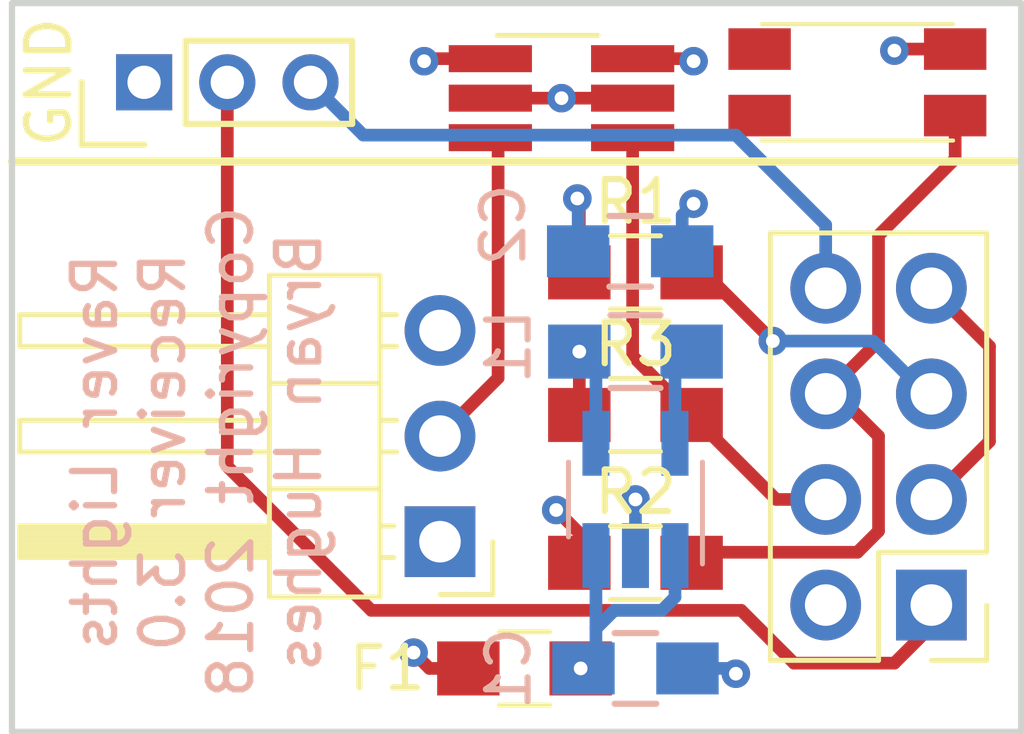
<source format=kicad_pcb>
(kicad_pcb (version 4) (host pcbnew 4.0.7)

  (general
    (links 30)
    (no_connects 0)
    (area 127.559999 130.099999 151.967001 147.776001)
    (thickness 1.6)
    (drawings 7)
    (tracks 83)
    (zones 0)
    (modules 13)
    (nets 12)
  )

  (page A4)
  (layers
    (0 F.Cu signal)
    (1 Ground.Plane power hide)
    (2 Power.Plane power hide)
    (31 B.Cu signal)
    (32 B.Adhes user)
    (33 F.Adhes user)
    (34 B.Paste user)
    (35 F.Paste user)
    (36 B.SilkS user)
    (37 F.SilkS user)
    (38 B.Mask user)
    (39 F.Mask user)
    (40 Dwgs.User user)
    (41 Cmts.User user)
    (42 Eco1.User user)
    (43 Eco2.User user)
    (44 Edge.Cuts user)
    (45 Margin user)
    (46 B.CrtYd user)
    (47 F.CrtYd user)
    (48 B.Fab user)
    (49 F.Fab user hide)
  )

  (setup
    (last_trace_width 0.3048)
    (user_trace_width 0.1524)
    (user_trace_width 0.3048)
    (user_trace_width 0.6096)
    (user_trace_width 1.2192)
    (trace_clearance 0.1524)
    (zone_clearance 0.508)
    (zone_45_only no)
    (trace_min 0.1524)
    (segment_width 0.2)
    (edge_width 0.15)
    (via_size 0.6858)
    (via_drill 0.3302)
    (via_min_size 0.6858)
    (via_min_drill 0.3302)
    (user_via 0.889 0.381)
    (user_via 1.524 0.762)
    (uvia_size 0.762)
    (uvia_drill 0.508)
    (uvias_allowed no)
    (uvia_min_size 0)
    (uvia_min_drill 0)
    (pcb_text_width 0.3)
    (pcb_text_size 1.016 1.016)
    (mod_edge_width 0.15)
    (mod_text_size 1 1)
    (mod_text_width 0.15)
    (pad_size 1.524 1.524)
    (pad_drill 0.762)
    (pad_to_mask_clearance 0.2)
    (aux_axis_origin 0 0)
    (visible_elements FFFFFF7F)
    (pcbplotparams
      (layerselection 0x000f0_80000001)
      (usegerberextensions false)
      (excludeedgelayer true)
      (linewidth 0.100000)
      (plotframeref false)
      (viasonmask false)
      (mode 1)
      (useauxorigin false)
      (hpglpennumber 1)
      (hpglpenspeed 20)
      (hpglpendiameter 15)
      (hpglpenoverlay 2)
      (psnegative false)
      (psa4output false)
      (plotreference true)
      (plotvalue true)
      (plotinvisibletext false)
      (padsonsilk false)
      (subtractmaskfromsilk false)
      (outputformat 1)
      (mirror false)
      (drillshape 0)
      (scaleselection 1)
      (outputdirectory ""))
  )

  (net 0 "")
  (net 1 "Net-(L1-Pad1)")
  (net 2 +5V)
  (net 3 GND)
  (net 4 VCC)
  (net 5 "Net-(P4-Pad2)")
  (net 6 "Net-(P4-Pad3)")
  (net 7 "Net-(R1-Pad2)")
  (net 8 "Net-(R2-Pad2)")
  (net 9 "Net-(R3-Pad2)")
  (net 10 "Net-(U3-Pad2)")
  (net 11 "Net-(C1-Pad1)")

  (net_class Default "This is the default net class."
    (clearance 0.1524)
    (trace_width 0.1524)
    (via_dia 0.6858)
    (via_drill 0.3302)
    (uvia_dia 0.762)
    (uvia_drill 0.508)
    (add_net +5V)
    (add_net GND)
    (add_net "Net-(C1-Pad1)")
    (add_net "Net-(L1-Pad1)")
    (add_net "Net-(P4-Pad2)")
    (add_net "Net-(P4-Pad3)")
    (add_net "Net-(R1-Pad2)")
    (add_net "Net-(R2-Pad2)")
    (add_net "Net-(R3-Pad2)")
    (add_net "Net-(U3-Pad2)")
    (add_net VCC)
  )

  (module Capacitors_SMD:C_0805_HandSoldering (layer B.Cu) (tedit 5AF7DF4F) (tstamp 584F7551)
    (at 142.621 146.177)
    (descr "Capacitor SMD 0805, hand soldering")
    (tags "capacitor 0805")
    (path /57A0E3BE)
    (attr smd)
    (fp_text reference C1 (at -3.048 0 90) (layer B.SilkS)
      (effects (font (size 1 1) (thickness 0.15)) (justify mirror))
    )
    (fp_text value 4.7uF (at -8.255 -0.635) (layer B.Fab) hide
      (effects (font (size 1 1) (thickness 0.15)) (justify mirror))
    )
    (fp_line (start -1 -0.625) (end -1 0.625) (layer B.Fab) (width 0.15))
    (fp_line (start 1 -0.625) (end -1 -0.625) (layer B.Fab) (width 0.15))
    (fp_line (start 1 0.625) (end 1 -0.625) (layer B.Fab) (width 0.15))
    (fp_line (start -1 0.625) (end 1 0.625) (layer B.Fab) (width 0.15))
    (fp_line (start -2.3 1) (end 2.3 1) (layer B.CrtYd) (width 0.05))
    (fp_line (start -2.3 -1) (end 2.3 -1) (layer B.CrtYd) (width 0.05))
    (fp_line (start -2.3 1) (end -2.3 -1) (layer B.CrtYd) (width 0.05))
    (fp_line (start 2.3 1) (end 2.3 -1) (layer B.CrtYd) (width 0.05))
    (fp_line (start 0.5 0.85) (end -0.5 0.85) (layer B.SilkS) (width 0.15))
    (fp_line (start -0.5 -0.85) (end 0.5 -0.85) (layer B.SilkS) (width 0.15))
    (pad 1 smd rect (at -1.25 0) (size 1.5 1.25) (layers B.Cu B.Paste B.Mask)
      (net 11 "Net-(C1-Pad1)"))
    (pad 2 smd rect (at 1.25 0) (size 1.5 1.25) (layers B.Cu B.Paste B.Mask)
      (net 3 GND))
    (model Capacitors_SMD.3dshapes/C_0805_HandSoldering.wrl
      (at (xyz 0 0 0))
      (scale (xyz 1 1 1))
      (rotate (xyz 0 0 0))
    )
  )

  (module Capacitors_SMD:C_0805_HandSoldering (layer B.Cu) (tedit 5AF7DF59) (tstamp 584F7561)
    (at 142.494 136.144)
    (descr "Capacitor SMD 0805, hand soldering")
    (tags "capacitor 0805")
    (path /57A0E396)
    (attr smd)
    (fp_text reference C2 (at -3.048 -0.635 90) (layer B.SilkS)
      (effects (font (size 1 1) (thickness 0.15)) (justify mirror))
    )
    (fp_text value 10uF (at -1.27 -4.445) (layer B.Fab) hide
      (effects (font (size 1 1) (thickness 0.15)) (justify mirror))
    )
    (fp_line (start -1 -0.625) (end -1 0.625) (layer B.Fab) (width 0.15))
    (fp_line (start 1 -0.625) (end -1 -0.625) (layer B.Fab) (width 0.15))
    (fp_line (start 1 0.625) (end 1 -0.625) (layer B.Fab) (width 0.15))
    (fp_line (start -1 0.625) (end 1 0.625) (layer B.Fab) (width 0.15))
    (fp_line (start -2.3 1) (end 2.3 1) (layer B.CrtYd) (width 0.05))
    (fp_line (start -2.3 -1) (end 2.3 -1) (layer B.CrtYd) (width 0.05))
    (fp_line (start -2.3 1) (end -2.3 -1) (layer B.CrtYd) (width 0.05))
    (fp_line (start 2.3 1) (end 2.3 -1) (layer B.CrtYd) (width 0.05))
    (fp_line (start 0.5 0.85) (end -0.5 0.85) (layer B.SilkS) (width 0.15))
    (fp_line (start -0.5 -0.85) (end 0.5 -0.85) (layer B.SilkS) (width 0.15))
    (pad 1 smd rect (at -1.25 0) (size 1.5 1.25) (layers B.Cu B.Paste B.Mask)
      (net 4 VCC))
    (pad 2 smd rect (at 1.25 0) (size 1.5 1.25) (layers B.Cu B.Paste B.Mask)
      (net 3 GND))
    (model Capacitors_SMD.3dshapes/C_0805_HandSoldering.wrl
      (at (xyz 0 0 0))
      (scale (xyz 1 1 1))
      (rotate (xyz 0 0 0))
    )
  )

  (module Resistors_SMD:R_0805_HandSoldering (layer B.Cu) (tedit 5AF7DF5C) (tstamp 584F7571)
    (at 142.621 138.557 180)
    (descr "Resistor SMD 0805, hand soldering")
    (tags "resistor 0805")
    (path /57A0E1B1)
    (attr smd)
    (fp_text reference L1 (at 3.048 0.127 270) (layer B.SilkS)
      (effects (font (size 1 1) (thickness 0.15)) (justify mirror))
    )
    (fp_text value 2.2uH (at 7.62 0.635 180) (layer B.Fab) hide
      (effects (font (size 1 1) (thickness 0.15)) (justify mirror))
    )
    (fp_line (start -1 -0.625) (end -1 0.625) (layer B.Fab) (width 0.1))
    (fp_line (start 1 -0.625) (end -1 -0.625) (layer B.Fab) (width 0.1))
    (fp_line (start 1 0.625) (end 1 -0.625) (layer B.Fab) (width 0.1))
    (fp_line (start -1 0.625) (end 1 0.625) (layer B.Fab) (width 0.1))
    (fp_line (start -2.4 1) (end 2.4 1) (layer B.CrtYd) (width 0.05))
    (fp_line (start -2.4 -1) (end 2.4 -1) (layer B.CrtYd) (width 0.05))
    (fp_line (start -2.4 1) (end -2.4 -1) (layer B.CrtYd) (width 0.05))
    (fp_line (start 2.4 1) (end 2.4 -1) (layer B.CrtYd) (width 0.05))
    (fp_line (start 0.6 -0.875) (end -0.6 -0.875) (layer B.SilkS) (width 0.15))
    (fp_line (start -0.6 0.875) (end 0.6 0.875) (layer B.SilkS) (width 0.15))
    (pad 1 smd rect (at -1.35 0 180) (size 1.5 1.3) (layers B.Cu B.Paste B.Mask)
      (net 1 "Net-(L1-Pad1)"))
    (pad 2 smd rect (at 1.35 0 180) (size 1.5 1.3) (layers B.Cu B.Paste B.Mask)
      (net 4 VCC))
    (model Resistors_SMD.3dshapes/R_0805_HandSoldering.wrl
      (at (xyz 0 0 0))
      (scale (xyz 1 1 1))
      (rotate (xyz 0 0 0))
    )
  )

  (module Pin_Headers:Pin_Header_Straight_1x03_Pitch2.00mm (layer F.Cu) (tedit 58535BB3) (tstamp 58505AD4)
    (at 130.81 132.08 90)
    (descr "Through hole pin header, 1x03, 2.00mm pitch, single row")
    (tags "pin header single row")
    (path /584F7038)
    (fp_text reference P4 (at 14.351 -5.08 90) (layer F.SilkS) hide
      (effects (font (size 1 1) (thickness 0.15)))
    )
    (fp_text value SERIAL (at -10.16 -4.445 90) (layer F.Fab) hide
      (effects (font (size 1 1) (thickness 0.15)))
    )
    (fp_line (start -1 1) (end 1 1) (layer F.SilkS) (width 0.15))
    (fp_line (start 1 1) (end 1 5) (layer F.SilkS) (width 0.15))
    (fp_line (start 1 5) (end -1 5) (layer F.SilkS) (width 0.15))
    (fp_line (start -1 5) (end -1 1) (layer F.SilkS) (width 0.15))
    (fp_line (start -1.6 -1.6) (end 1.6 -1.6) (layer F.CrtYd) (width 0.05))
    (fp_line (start 1.6 -1.6) (end 1.6 5.6) (layer F.CrtYd) (width 0.05))
    (fp_line (start 1.6 5.6) (end -1.6 5.6) (layer F.CrtYd) (width 0.05))
    (fp_line (start -1.6 5.6) (end -1.6 -1.6) (layer F.CrtYd) (width 0.05))
    (fp_line (start -1.5 0) (end -1.5 -1.5) (layer F.SilkS) (width 0.15))
    (fp_line (start -1.5 -1.5) (end 0 -1.5) (layer F.SilkS) (width 0.15))
    (pad 1 thru_hole rect (at 0 0 90) (size 1.35 1.35) (drill 0.8) (layers *.Cu *.Mask)
      (net 3 GND))
    (pad 2 thru_hole circle (at 0 2 90) (size 1.35 1.35) (drill 0.8) (layers *.Cu *.Mask)
      (net 5 "Net-(P4-Pad2)"))
    (pad 3 thru_hole circle (at 0 4 90) (size 1.35 1.35) (drill 0.8) (layers *.Cu *.Mask)
      (net 6 "Net-(P4-Pad3)"))
    (model Pin_Headers.3dshapes/Pin_Header_Straight_1x03_Pitch2.00mm.wrl
      (at (xyz 0 0 0))
      (scale (xyz 1 1 1))
      (rotate (xyz 0 0 0))
    )
  )

  (module Resistors_SMD:R_0805_HandSoldering (layer F.Cu) (tedit 5AF7DE59) (tstamp 5AF73F3F)
    (at 142.621 136.652)
    (descr "Resistor SMD 0805, hand soldering")
    (tags "resistor 0805")
    (path /5AF750F4)
    (attr smd)
    (fp_text reference R1 (at 0 -1.7) (layer F.SilkS)
      (effects (font (size 1 1) (thickness 0.15)))
    )
    (fp_text value 10k (at 0 1.75) (layer F.Fab) hide
      (effects (font (size 1 1) (thickness 0.15)))
    )
    (fp_text user %R (at 0 0) (layer F.Fab)
      (effects (font (size 0.5 0.5) (thickness 0.075)))
    )
    (fp_line (start -1 0.62) (end -1 -0.62) (layer F.Fab) (width 0.1))
    (fp_line (start 1 0.62) (end -1 0.62) (layer F.Fab) (width 0.1))
    (fp_line (start 1 -0.62) (end 1 0.62) (layer F.Fab) (width 0.1))
    (fp_line (start -1 -0.62) (end 1 -0.62) (layer F.Fab) (width 0.1))
    (fp_line (start 0.6 0.88) (end -0.6 0.88) (layer F.SilkS) (width 0.12))
    (fp_line (start -0.6 -0.88) (end 0.6 -0.88) (layer F.SilkS) (width 0.12))
    (fp_line (start -2.35 -0.9) (end 2.35 -0.9) (layer F.CrtYd) (width 0.05))
    (fp_line (start -2.35 -0.9) (end -2.35 0.9) (layer F.CrtYd) (width 0.05))
    (fp_line (start 2.35 0.9) (end 2.35 -0.9) (layer F.CrtYd) (width 0.05))
    (fp_line (start 2.35 0.9) (end -2.35 0.9) (layer F.CrtYd) (width 0.05))
    (pad 1 smd rect (at -1.35 0) (size 1.5 1.3) (layers F.Cu F.Paste F.Mask)
      (net 4 VCC))
    (pad 2 smd rect (at 1.35 0) (size 1.5 1.3) (layers F.Cu F.Paste F.Mask)
      (net 7 "Net-(R1-Pad2)"))
    (model ${KISYS3DMOD}/Resistors_SMD.3dshapes/R_0805.wrl
      (at (xyz 0 0 0))
      (scale (xyz 1 1 1))
      (rotate (xyz 0 0 0))
    )
  )

  (module Resistors_SMD:R_0805_HandSoldering (layer F.Cu) (tedit 5AF7DE65) (tstamp 5AF73F50)
    (at 142.621 143.637)
    (descr "Resistor SMD 0805, hand soldering")
    (tags "resistor 0805")
    (path /5AF74B18)
    (attr smd)
    (fp_text reference R2 (at 0 -1.7) (layer F.SilkS)
      (effects (font (size 1 1) (thickness 0.15)))
    )
    (fp_text value 1k (at 0 1.75) (layer F.Fab) hide
      (effects (font (size 1 1) (thickness 0.15)))
    )
    (fp_text user %R (at 0 0) (layer F.Fab)
      (effects (font (size 0.5 0.5) (thickness 0.075)))
    )
    (fp_line (start -1 0.62) (end -1 -0.62) (layer F.Fab) (width 0.1))
    (fp_line (start 1 0.62) (end -1 0.62) (layer F.Fab) (width 0.1))
    (fp_line (start 1 -0.62) (end 1 0.62) (layer F.Fab) (width 0.1))
    (fp_line (start -1 -0.62) (end 1 -0.62) (layer F.Fab) (width 0.1))
    (fp_line (start 0.6 0.88) (end -0.6 0.88) (layer F.SilkS) (width 0.12))
    (fp_line (start -0.6 -0.88) (end 0.6 -0.88) (layer F.SilkS) (width 0.12))
    (fp_line (start -2.35 -0.9) (end 2.35 -0.9) (layer F.CrtYd) (width 0.05))
    (fp_line (start -2.35 -0.9) (end -2.35 0.9) (layer F.CrtYd) (width 0.05))
    (fp_line (start 2.35 0.9) (end 2.35 -0.9) (layer F.CrtYd) (width 0.05))
    (fp_line (start 2.35 0.9) (end -2.35 0.9) (layer F.CrtYd) (width 0.05))
    (pad 1 smd rect (at -1.35 0) (size 1.5 1.3) (layers F.Cu F.Paste F.Mask)
      (net 4 VCC))
    (pad 2 smd rect (at 1.35 0) (size 1.5 1.3) (layers F.Cu F.Paste F.Mask)
      (net 8 "Net-(R2-Pad2)"))
    (model ${KISYS3DMOD}/Resistors_SMD.3dshapes/R_0805.wrl
      (at (xyz 0 0 0))
      (scale (xyz 1 1 1))
      (rotate (xyz 0 0 0))
    )
  )

  (module Resistors_SMD:R_0805_HandSoldering (layer F.Cu) (tedit 5AF7DE60) (tstamp 5AF73F61)
    (at 142.621 140.081)
    (descr "Resistor SMD 0805, hand soldering")
    (tags "resistor 0805")
    (path /5AF74F31)
    (attr smd)
    (fp_text reference R3 (at 0 -1.7) (layer F.SilkS)
      (effects (font (size 1 1) (thickness 0.15)))
    )
    (fp_text value 10k (at 0 1.75) (layer F.Fab) hide
      (effects (font (size 1 1) (thickness 0.15)))
    )
    (fp_text user %R (at 0 0) (layer F.Fab)
      (effects (font (size 0.5 0.5) (thickness 0.075)))
    )
    (fp_line (start -1 0.62) (end -1 -0.62) (layer F.Fab) (width 0.1))
    (fp_line (start 1 0.62) (end -1 0.62) (layer F.Fab) (width 0.1))
    (fp_line (start 1 -0.62) (end 1 0.62) (layer F.Fab) (width 0.1))
    (fp_line (start -1 -0.62) (end 1 -0.62) (layer F.Fab) (width 0.1))
    (fp_line (start 0.6 0.88) (end -0.6 0.88) (layer F.SilkS) (width 0.12))
    (fp_line (start -0.6 -0.88) (end 0.6 -0.88) (layer F.SilkS) (width 0.12))
    (fp_line (start -2.35 -0.9) (end 2.35 -0.9) (layer F.CrtYd) (width 0.05))
    (fp_line (start -2.35 -0.9) (end -2.35 0.9) (layer F.CrtYd) (width 0.05))
    (fp_line (start 2.35 0.9) (end 2.35 -0.9) (layer F.CrtYd) (width 0.05))
    (fp_line (start 2.35 0.9) (end -2.35 0.9) (layer F.CrtYd) (width 0.05))
    (pad 1 smd rect (at -1.35 0) (size 1.5 1.3) (layers F.Cu F.Paste F.Mask)
      (net 4 VCC))
    (pad 2 smd rect (at 1.35 0) (size 1.5 1.3) (layers F.Cu F.Paste F.Mask)
      (net 9 "Net-(R3-Pad2)"))
    (model ${KISYS3DMOD}/Resistors_SMD.3dshapes/R_0805.wrl
      (at (xyz 0 0 0))
      (scale (xyz 1 1 1))
      (rotate (xyz 0 0 0))
    )
  )

  (module Pin_Headers:Pin_Header_Straight_2x04_Pitch2.54mm (layer F.Cu) (tedit 5AF9EAA4) (tstamp 5AF73F7F)
    (at 149.733 144.653 180)
    (descr "Through hole straight pin header, 2x04, 2.54mm pitch, double rows")
    (tags "Through hole pin header THT 2x04 2.54mm double row")
    (path /5AB148BB)
    (fp_text reference U2 (at 1.27 -2.33 180) (layer F.SilkS) hide
      (effects (font (size 1 1) (thickness 0.15)))
    )
    (fp_text value ESP-01 (at 1.27 9.95 180) (layer F.Fab) hide
      (effects (font (size 1 1) (thickness 0.15)))
    )
    (fp_line (start 0 -1.27) (end 3.81 -1.27) (layer F.Fab) (width 0.1))
    (fp_line (start 3.81 -1.27) (end 3.81 8.89) (layer F.Fab) (width 0.1))
    (fp_line (start 3.81 8.89) (end -1.27 8.89) (layer F.Fab) (width 0.1))
    (fp_line (start -1.27 8.89) (end -1.27 0) (layer F.Fab) (width 0.1))
    (fp_line (start -1.27 0) (end 0 -1.27) (layer F.Fab) (width 0.1))
    (fp_line (start -1.33 8.95) (end 3.87 8.95) (layer F.SilkS) (width 0.12))
    (fp_line (start -1.33 1.27) (end -1.33 8.95) (layer F.SilkS) (width 0.12))
    (fp_line (start 3.87 -1.33) (end 3.87 8.95) (layer F.SilkS) (width 0.12))
    (fp_line (start -1.33 1.27) (end 1.27 1.27) (layer F.SilkS) (width 0.12))
    (fp_line (start 1.27 1.27) (end 1.27 -1.33) (layer F.SilkS) (width 0.12))
    (fp_line (start 1.27 -1.33) (end 3.87 -1.33) (layer F.SilkS) (width 0.12))
    (fp_line (start -1.33 0) (end -1.33 -1.33) (layer F.SilkS) (width 0.12))
    (fp_line (start -1.33 -1.33) (end 0 -1.33) (layer F.SilkS) (width 0.12))
    (fp_line (start -1.8 -1.8) (end -1.8 9.4) (layer F.CrtYd) (width 0.05))
    (fp_line (start -1.8 9.4) (end 4.35 9.4) (layer F.CrtYd) (width 0.05))
    (fp_line (start 4.35 9.4) (end 4.35 -1.8) (layer F.CrtYd) (width 0.05))
    (fp_line (start 4.35 -1.8) (end -1.8 -1.8) (layer F.CrtYd) (width 0.05))
    (fp_text user %R (at 1.27 3.81 270) (layer F.Fab) hide
      (effects (font (size 1 1) (thickness 0.15)))
    )
    (pad 1 thru_hole rect (at 0 0 180) (size 1.7 1.7) (drill 1) (layers *.Cu *.Mask)
      (net 5 "Net-(P4-Pad2)"))
    (pad 2 thru_hole oval (at 2.54 0 180) (size 1.7 1.7) (drill 1) (layers *.Cu *.Mask)
      (net 3 GND))
    (pad 3 thru_hole oval (at 0 2.54 180) (size 1.7 1.7) (drill 1) (layers *.Cu *.Mask)
      (net 4 VCC))
    (pad 4 thru_hole oval (at 2.54 2.54 180) (size 1.7 1.7) (drill 1) (layers *.Cu *.Mask)
      (net 9 "Net-(R3-Pad2)"))
    (pad 5 thru_hole oval (at 0 5.08 180) (size 1.7 1.7) (drill 1) (layers *.Cu *.Mask)
      (net 7 "Net-(R1-Pad2)"))
    (pad 6 thru_hole oval (at 2.54 5.08 180) (size 1.7 1.7) (drill 1) (layers *.Cu *.Mask)
      (net 8 "Net-(R2-Pad2)"))
    (pad 7 thru_hole oval (at 0 7.62 180) (size 1.7 1.7) (drill 1) (layers *.Cu *.Mask)
      (net 4 VCC))
    (pad 8 thru_hole oval (at 2.54 7.62 180) (size 1.7 1.7) (drill 1) (layers *.Cu *.Mask)
      (net 6 "Net-(P4-Pad3)"))
    (model ${KISYS3DMOD}/Pin_Headers.3dshapes/Pin_Header_Straight_2x04_Pitch2.54mm.wrl
      (at (xyz 0 0 0))
      (scale (xyz 1 1 1))
      (rotate (xyz 0 0 0))
    )
  )

  (module Pin_Headers:Pin_Header_Angled_1x03_Pitch2.54mm (layer F.Cu) (tedit 5AF9EAAB) (tstamp 5AF73FBF)
    (at 137.922 143.129 180)
    (descr "Through hole angled pin header, 1x03, 2.54mm pitch, 6mm pin length, single row")
    (tags "Through hole angled pin header THT 1x03 2.54mm single row")
    (path /5AF73B94)
    (fp_text reference U3 (at 4.385 -2.27 180) (layer F.SilkS) hide
      (effects (font (size 1 1) (thickness 0.15)))
    )
    (fp_text value NeoPixel (at 4.385 7.35 180) (layer F.Fab) hide
      (effects (font (size 1 1) (thickness 0.15)))
    )
    (fp_line (start 2.135 -1.27) (end 4.04 -1.27) (layer F.Fab) (width 0.1))
    (fp_line (start 4.04 -1.27) (end 4.04 6.35) (layer F.Fab) (width 0.1))
    (fp_line (start 4.04 6.35) (end 1.5 6.35) (layer F.Fab) (width 0.1))
    (fp_line (start 1.5 6.35) (end 1.5 -0.635) (layer F.Fab) (width 0.1))
    (fp_line (start 1.5 -0.635) (end 2.135 -1.27) (layer F.Fab) (width 0.1))
    (fp_line (start -0.32 -0.32) (end 1.5 -0.32) (layer F.Fab) (width 0.1))
    (fp_line (start -0.32 -0.32) (end -0.32 0.32) (layer F.Fab) (width 0.1))
    (fp_line (start -0.32 0.32) (end 1.5 0.32) (layer F.Fab) (width 0.1))
    (fp_line (start 4.04 -0.32) (end 10.04 -0.32) (layer F.Fab) (width 0.1))
    (fp_line (start 10.04 -0.32) (end 10.04 0.32) (layer F.Fab) (width 0.1))
    (fp_line (start 4.04 0.32) (end 10.04 0.32) (layer F.Fab) (width 0.1))
    (fp_line (start -0.32 2.22) (end 1.5 2.22) (layer F.Fab) (width 0.1))
    (fp_line (start -0.32 2.22) (end -0.32 2.86) (layer F.Fab) (width 0.1))
    (fp_line (start -0.32 2.86) (end 1.5 2.86) (layer F.Fab) (width 0.1))
    (fp_line (start 4.04 2.22) (end 10.04 2.22) (layer F.Fab) (width 0.1))
    (fp_line (start 10.04 2.22) (end 10.04 2.86) (layer F.Fab) (width 0.1))
    (fp_line (start 4.04 2.86) (end 10.04 2.86) (layer F.Fab) (width 0.1))
    (fp_line (start -0.32 4.76) (end 1.5 4.76) (layer F.Fab) (width 0.1))
    (fp_line (start -0.32 4.76) (end -0.32 5.4) (layer F.Fab) (width 0.1))
    (fp_line (start -0.32 5.4) (end 1.5 5.4) (layer F.Fab) (width 0.1))
    (fp_line (start 4.04 4.76) (end 10.04 4.76) (layer F.Fab) (width 0.1))
    (fp_line (start 10.04 4.76) (end 10.04 5.4) (layer F.Fab) (width 0.1))
    (fp_line (start 4.04 5.4) (end 10.04 5.4) (layer F.Fab) (width 0.1))
    (fp_line (start 1.44 -1.33) (end 1.44 6.41) (layer F.SilkS) (width 0.12))
    (fp_line (start 1.44 6.41) (end 4.1 6.41) (layer F.SilkS) (width 0.12))
    (fp_line (start 4.1 6.41) (end 4.1 -1.33) (layer F.SilkS) (width 0.12))
    (fp_line (start 4.1 -1.33) (end 1.44 -1.33) (layer F.SilkS) (width 0.12))
    (fp_line (start 4.1 -0.38) (end 10.1 -0.38) (layer F.SilkS) (width 0.12))
    (fp_line (start 10.1 -0.38) (end 10.1 0.38) (layer F.SilkS) (width 0.12))
    (fp_line (start 10.1 0.38) (end 4.1 0.38) (layer F.SilkS) (width 0.12))
    (fp_line (start 4.1 -0.32) (end 10.1 -0.32) (layer F.SilkS) (width 0.12))
    (fp_line (start 4.1 -0.2) (end 10.1 -0.2) (layer F.SilkS) (width 0.12))
    (fp_line (start 4.1 -0.08) (end 10.1 -0.08) (layer F.SilkS) (width 0.12))
    (fp_line (start 4.1 0.04) (end 10.1 0.04) (layer F.SilkS) (width 0.12))
    (fp_line (start 4.1 0.16) (end 10.1 0.16) (layer F.SilkS) (width 0.12))
    (fp_line (start 4.1 0.28) (end 10.1 0.28) (layer F.SilkS) (width 0.12))
    (fp_line (start 1.11 -0.38) (end 1.44 -0.38) (layer F.SilkS) (width 0.12))
    (fp_line (start 1.11 0.38) (end 1.44 0.38) (layer F.SilkS) (width 0.12))
    (fp_line (start 1.44 1.27) (end 4.1 1.27) (layer F.SilkS) (width 0.12))
    (fp_line (start 4.1 2.16) (end 10.1 2.16) (layer F.SilkS) (width 0.12))
    (fp_line (start 10.1 2.16) (end 10.1 2.92) (layer F.SilkS) (width 0.12))
    (fp_line (start 10.1 2.92) (end 4.1 2.92) (layer F.SilkS) (width 0.12))
    (fp_line (start 1.042929 2.16) (end 1.44 2.16) (layer F.SilkS) (width 0.12))
    (fp_line (start 1.042929 2.92) (end 1.44 2.92) (layer F.SilkS) (width 0.12))
    (fp_line (start 1.44 3.81) (end 4.1 3.81) (layer F.SilkS) (width 0.12))
    (fp_line (start 4.1 4.7) (end 10.1 4.7) (layer F.SilkS) (width 0.12))
    (fp_line (start 10.1 4.7) (end 10.1 5.46) (layer F.SilkS) (width 0.12))
    (fp_line (start 10.1 5.46) (end 4.1 5.46) (layer F.SilkS) (width 0.12))
    (fp_line (start 1.042929 4.7) (end 1.44 4.7) (layer F.SilkS) (width 0.12))
    (fp_line (start 1.042929 5.46) (end 1.44 5.46) (layer F.SilkS) (width 0.12))
    (fp_line (start -1.27 0) (end -1.27 -1.27) (layer F.SilkS) (width 0.12))
    (fp_line (start -1.27 -1.27) (end 0 -1.27) (layer F.SilkS) (width 0.12))
    (fp_line (start -1.8 -1.8) (end -1.8 6.85) (layer F.CrtYd) (width 0.05))
    (fp_line (start -1.8 6.85) (end 10.55 6.85) (layer F.CrtYd) (width 0.05))
    (fp_line (start 10.55 6.85) (end 10.55 -1.8) (layer F.CrtYd) (width 0.05))
    (fp_line (start 10.55 -1.8) (end -1.8 -1.8) (layer F.CrtYd) (width 0.05))
    (fp_text user %R (at 2.77 2.54 270) (layer F.Fab) hide
      (effects (font (size 1 1) (thickness 0.15)))
    )
    (pad 1 thru_hole rect (at 0 0 180) (size 1.7 1.7) (drill 1) (layers *.Cu *.Mask)
      (net 3 GND))
    (pad 2 thru_hole oval (at 0 2.54 180) (size 1.7 1.7) (drill 1) (layers *.Cu *.Mask)
      (net 10 "Net-(U3-Pad2)"))
    (pad 3 thru_hole oval (at 0 5.08 180) (size 1.7 1.7) (drill 1) (layers *.Cu *.Mask)
      (net 2 +5V))
    (model ${KISYS3DMOD}/Pin_Headers.3dshapes/Pin_Header_Angled_1x03_Pitch2.54mm.wrl
      (at (xyz 0 0 0))
      (scale (xyz 1 1 1))
      (rotate (xyz 0 0 0))
    )
  )

  (module TO_SOT_Packages_SMD:TSOT-23-6_HandSoldering (layer F.Cu) (tedit 5AF7DE7C) (tstamp 5AF73FD5)
    (at 140.843 132.461)
    (descr "6-pin TSOT23 package, http://cds.linear.com/docs/en/packaging/SOT_6_05-08-1636.pdf")
    (tags "TSOT-23-6 MK06A TSOT-6 Hand-soldering")
    (path /5AF73B4F)
    (attr smd)
    (fp_text reference U4 (at 0 -2.45) (layer F.SilkS) hide
      (effects (font (size 1 1) (thickness 0.15)))
    )
    (fp_text value SN74LVC1T45 (at 0 2.5) (layer F.Fab) hide
      (effects (font (size 1 1) (thickness 0.15)))
    )
    (fp_text user %R (at 0 0 90) (layer F.Fab)
      (effects (font (size 0.5 0.5) (thickness 0.075)))
    )
    (fp_line (start -0.88 1.56) (end 0.88 1.56) (layer F.SilkS) (width 0.12))
    (fp_line (start 0.88 -1.51) (end -1.55 -1.51) (layer F.SilkS) (width 0.12))
    (fp_line (start -0.88 -1) (end -0.43 -1.45) (layer F.Fab) (width 0.1))
    (fp_line (start 0.88 -1.45) (end -0.43 -1.45) (layer F.Fab) (width 0.1))
    (fp_line (start -0.88 -1) (end -0.88 1.45) (layer F.Fab) (width 0.1))
    (fp_line (start 0.88 1.45) (end -0.88 1.45) (layer F.Fab) (width 0.1))
    (fp_line (start 0.88 -1.45) (end 0.88 1.45) (layer F.Fab) (width 0.1))
    (fp_line (start -2.96 -1.7) (end 2.96 -1.7) (layer F.CrtYd) (width 0.05))
    (fp_line (start -2.96 -1.7) (end -2.96 1.7) (layer F.CrtYd) (width 0.05))
    (fp_line (start 2.96 1.7) (end 2.96 -1.7) (layer F.CrtYd) (width 0.05))
    (fp_line (start 2.96 1.7) (end -2.96 1.7) (layer F.CrtYd) (width 0.05))
    (pad 1 smd rect (at -1.71 -0.95) (size 2 0.65) (layers F.Cu F.Paste F.Mask)
      (net 2 +5V))
    (pad 2 smd rect (at -1.71 0) (size 2 0.65) (layers F.Cu F.Paste F.Mask)
      (net 3 GND))
    (pad 3 smd rect (at -1.71 0.95) (size 2 0.65) (layers F.Cu F.Paste F.Mask)
      (net 10 "Net-(U3-Pad2)"))
    (pad 4 smd rect (at 1.71 0.95) (size 2 0.65) (layers F.Cu F.Paste F.Mask)
      (net 9 "Net-(R3-Pad2)"))
    (pad 5 smd rect (at 1.71 0) (size 2 0.65) (layers F.Cu F.Paste F.Mask)
      (net 3 GND))
    (pad 6 smd rect (at 1.71 -0.95) (size 2 0.65) (layers F.Cu F.Paste F.Mask)
      (net 4 VCC))
    (model ${KISYS3DMOD}/TO_SOT_Packages_SMD.3dshapes/TSOT-23-6.wrl
      (at (xyz 0 0 0))
      (scale (xyz 1 1 1))
      (rotate (xyz 0 0 0))
    )
  )

  (module nebrius-switch:KMR641NG (layer F.Cu) (tedit 5AF7DECC) (tstamp 5AF7409C)
    (at 147.955 132.08 180)
    (path /5AF74A6E)
    (fp_text reference SW1 (at 0 4 180) (layer F.SilkS) hide
      (effects (font (size 1 1) (thickness 0.15)))
    )
    (fp_text value SW_DPST (at 0 -4.75 180) (layer F.Fab) hide
      (effects (font (size 1 1) (thickness 0.15)))
    )
    (fp_line (start -2.3 1.4) (end 2.3 1.4) (layer F.SilkS) (width 0.1))
    (fp_line (start -2.3 -1.4) (end 2.3 -1.4) (layer F.SilkS) (width 0.1))
    (pad 1 smd rect (at -2.35 -0.8 180) (size 1.5 1) (layers F.Cu F.Paste F.Mask)
      (net 8 "Net-(R2-Pad2)"))
    (pad 2 smd rect (at -2.35 0.8 180) (size 1.5 1) (layers F.Cu F.Paste F.Mask)
      (net 3 GND))
    (pad 3 smd rect (at 2.35 -0.8 180) (size 1.5 1) (layers F.Cu F.Paste F.Mask))
    (pad 4 smd rect (at 2.35 0.8 180) (size 1.5 1) (layers F.Cu F.Paste F.Mask))
  )

  (module TO_SOT_Packages_SMD:SOT-23-5_HandSoldering (layer B.Cu) (tedit 5AF7EBF4) (tstamp 5AF740A5)
    (at 142.621 142.113 90)
    (descr "5-pin SOT23 package")
    (tags "SOT-23-5 hand-soldering")
    (path /5AB1453B)
    (attr smd)
    (fp_text reference U1 (at 0 2.9 90) (layer B.SilkS) hide
      (effects (font (size 1 1) (thickness 0.15)) (justify mirror))
    )
    (fp_text value LM3671 (at 0 -2.9 90) (layer B.Fab) hide
      (effects (font (size 1 1) (thickness 0.15)) (justify mirror))
    )
    (fp_text user %R (at 0 0 360) (layer B.Fab)
      (effects (font (size 0.5 0.5) (thickness 0.075)) (justify mirror))
    )
    (fp_line (start -0.9 -1.61) (end 0.9 -1.61) (layer B.SilkS) (width 0.12))
    (fp_line (start 0.9 1.61) (end -1.55 1.61) (layer B.SilkS) (width 0.12))
    (fp_line (start -0.9 0.9) (end -0.25 1.55) (layer B.Fab) (width 0.1))
    (fp_line (start 0.9 1.55) (end -0.25 1.55) (layer B.Fab) (width 0.1))
    (fp_line (start -0.9 0.9) (end -0.9 -1.55) (layer B.Fab) (width 0.1))
    (fp_line (start 0.9 -1.55) (end -0.9 -1.55) (layer B.Fab) (width 0.1))
    (fp_line (start 0.9 1.55) (end 0.9 -1.55) (layer B.Fab) (width 0.1))
    (fp_line (start -2.38 1.8) (end 2.38 1.8) (layer B.CrtYd) (width 0.05))
    (fp_line (start -2.38 1.8) (end -2.38 -1.8) (layer B.CrtYd) (width 0.05))
    (fp_line (start 2.38 -1.8) (end 2.38 1.8) (layer B.CrtYd) (width 0.05))
    (fp_line (start 2.38 -1.8) (end -2.38 -1.8) (layer B.CrtYd) (width 0.05))
    (pad 1 smd rect (at -1.35 0.95 90) (size 1.56 0.65) (layers B.Cu B.Paste B.Mask)
      (net 11 "Net-(C1-Pad1)"))
    (pad 2 smd rect (at -1.35 0 90) (size 1.56 0.65) (layers B.Cu B.Paste B.Mask)
      (net 3 GND))
    (pad 3 smd rect (at -1.35 -0.95 90) (size 1.56 0.65) (layers B.Cu B.Paste B.Mask)
      (net 11 "Net-(C1-Pad1)"))
    (pad 4 smd rect (at 1.35 -0.95 90) (size 1.56 0.65) (layers B.Cu B.Paste B.Mask)
      (net 4 VCC))
    (pad 5 smd rect (at 1.35 0.95 90) (size 1.56 0.65) (layers B.Cu B.Paste B.Mask)
      (net 1 "Net-(L1-Pad1)"))
    (model ${KISYS3DMOD}/TO_SOT_Packages_SMD.3dshapes\SOT-23-5.wrl
      (at (xyz 0 0 0))
      (scale (xyz 1 1 1))
      (rotate (xyz 0 0 0))
    )
  )

  (module Resistors_SMD:R_0805_HandSoldering (layer F.Cu) (tedit 5AF9F04D) (tstamp 5AF9F08B)
    (at 139.954 146.177 180)
    (descr "Resistor SMD 0805, hand soldering")
    (tags "resistor 0805")
    (path /5AF9F066)
    (attr smd)
    (fp_text reference F1 (at 3.302 0 180) (layer F.SilkS)
      (effects (font (size 1 1) (thickness 0.15)))
    )
    (fp_text value Fuse (at 0 1.75 180) (layer F.Fab) hide
      (effects (font (size 1 1) (thickness 0.15)))
    )
    (fp_text user %R (at 0 0 180) (layer F.Fab)
      (effects (font (size 0.5 0.5) (thickness 0.075)))
    )
    (fp_line (start -1 0.62) (end -1 -0.62) (layer F.Fab) (width 0.1))
    (fp_line (start 1 0.62) (end -1 0.62) (layer F.Fab) (width 0.1))
    (fp_line (start 1 -0.62) (end 1 0.62) (layer F.Fab) (width 0.1))
    (fp_line (start -1 -0.62) (end 1 -0.62) (layer F.Fab) (width 0.1))
    (fp_line (start 0.6 0.88) (end -0.6 0.88) (layer F.SilkS) (width 0.12))
    (fp_line (start -0.6 -0.88) (end 0.6 -0.88) (layer F.SilkS) (width 0.12))
    (fp_line (start -2.35 -0.9) (end 2.35 -0.9) (layer F.CrtYd) (width 0.05))
    (fp_line (start -2.35 -0.9) (end -2.35 0.9) (layer F.CrtYd) (width 0.05))
    (fp_line (start 2.35 0.9) (end 2.35 -0.9) (layer F.CrtYd) (width 0.05))
    (fp_line (start 2.35 0.9) (end -2.35 0.9) (layer F.CrtYd) (width 0.05))
    (pad 1 smd rect (at -1.35 0 180) (size 1.5 1.3) (layers F.Cu F.Paste F.Mask)
      (net 11 "Net-(C1-Pad1)"))
    (pad 2 smd rect (at 1.35 0 180) (size 1.5 1.3) (layers F.Cu F.Paste F.Mask)
      (net 2 +5V))
    (model ${KISYS3DMOD}/Resistors_SMD.3dshapes/R_0805.wrl
      (at (xyz 0 0 0))
      (scale (xyz 1 1 1))
      (rotate (xyz 0 0 0))
    )
  )

  (gr_line (start 127.635 130.175) (end 151.892 130.175) (angle 90) (layer Edge.Cuts) (width 0.15))
  (gr_line (start 127.635 147.701) (end 151.892 147.701) (angle 90) (layer Edge.Cuts) (width 0.15))
  (gr_line (start 127.635 130.175) (end 127.635 147.701) (angle 90) (layer Edge.Cuts) (width 0.15))
  (gr_line (start 151.892 147.701) (end 151.892 130.175) (angle 90) (layer Edge.Cuts) (width 0.15))
  (gr_text "Raver Lights\nReceiver 3.0\nCopyright 2018\nBryan Hughes" (at 132.08 140.97 90) (layer B.SilkS)
    (effects (font (size 1.016 1.016) (thickness 0.1524)) (justify mirror))
  )
  (gr_text GND (at 128.524 132.08 90) (layer F.SilkS)
    (effects (font (size 1.016 1.016) (thickness 0.1524)))
  )
  (gr_line (start 151.765 133.985) (end 127.635 133.985) (angle 90) (layer F.SilkS) (width 0.2))

  (segment (start 143.571 140.763) (end 143.571 138.957) (width 0.3048) (layer B.Cu) (net 1))
  (segment (start 143.571 138.957) (end 143.971 138.557) (width 0.3048) (layer B.Cu) (net 1) (tstamp 5AF7EB9A))
  (segment (start 138.604 146.177) (end 137.668 146.177) (width 0.3048) (layer F.Cu) (net 2))
  (via (at 137.287 145.796) (size 0.6858) (drill 0.3302) (layers F.Cu B.Cu) (net 2))
  (segment (start 137.668 146.177) (end 137.287 145.796) (width 0.3048) (layer F.Cu) (net 2) (tstamp 5AF9F0FA))
  (segment (start 139.133 131.511) (end 137.602 131.511) (width 0.3048) (layer F.Cu) (net 2))
  (via (at 137.541 131.572) (size 0.6858) (drill 0.3302) (layers F.Cu B.Cu) (net 2))
  (segment (start 137.602 131.511) (end 137.541 131.572) (width 0.3048) (layer F.Cu) (net 2) (tstamp 5AF7EB34))
  (segment (start 150.305 131.28) (end 148.882 131.28) (width 0.3048) (layer F.Cu) (net 3))
  (via (at 148.844 131.318) (size 0.6858) (drill 0.3302) (layers F.Cu B.Cu) (net 3))
  (segment (start 148.882 131.28) (end 148.844 131.318) (width 0.3048) (layer F.Cu) (net 3) (tstamp 5AF9EB0B))
  (segment (start 143.744 136.144) (end 143.744 135.275) (width 0.3048) (layer B.Cu) (net 3))
  (via (at 144.018 135.001) (size 0.6858) (drill 0.3302) (layers F.Cu B.Cu) (net 3))
  (segment (start 143.744 135.275) (end 144.018 135.001) (width 0.3048) (layer B.Cu) (net 3) (tstamp 5AF7EBA6))
  (segment (start 142.553 132.461) (end 140.843 132.461) (width 0.3048) (layer F.Cu) (net 3))
  (via (at 140.843 132.461) (size 0.6858) (drill 0.3302) (layers F.Cu B.Cu) (net 3))
  (segment (start 140.843 132.461) (end 139.133 132.461) (width 0.3048) (layer F.Cu) (net 3))
  (segment (start 143.871 146.177) (end 144.907 146.177) (width 0.3048) (layer B.Cu) (net 3))
  (via (at 145.034 146.304) (size 0.6858) (drill 0.3302) (layers F.Cu B.Cu) (net 3))
  (segment (start 144.907 146.177) (end 145.034 146.304) (width 0.3048) (layer B.Cu) (net 3) (tstamp 5AF7EAE3))
  (segment (start 142.621 143.463) (end 142.621 142.113) (width 0.3048) (layer B.Cu) (net 3))
  (via (at 142.621 142.113) (size 0.6858) (drill 0.3302) (layers F.Cu B.Cu) (net 3))
  (segment (start 149.733 137.033) (end 151.13 138.43) (width 0.3048) (layer F.Cu) (net 4))
  (segment (start 151.13 140.716) (end 149.733 142.113) (width 0.3048) (layer F.Cu) (net 4) (tstamp 5AF9EB3D))
  (segment (start 151.13 138.43) (end 151.13 140.716) (width 0.3048) (layer F.Cu) (net 4) (tstamp 5AF9EB39))
  (segment (start 141.271 143.637) (end 141.271 142.922) (width 0.3048) (layer F.Cu) (net 4))
  (via (at 140.716 142.367) (size 0.6858) (drill 0.3302) (layers F.Cu B.Cu) (net 4))
  (segment (start 141.271 142.922) (end 140.716 142.367) (width 0.3048) (layer F.Cu) (net 4) (tstamp 5AF7EABD))
  (segment (start 141.671 140.763) (end 141.671 138.957) (width 0.3048) (layer B.Cu) (net 4))
  (segment (start 141.671 138.957) (end 141.271 138.557) (width 0.3048) (layer B.Cu) (net 4) (tstamp 5AF7EAB4))
  (via (at 141.271 138.557) (size 0.6858) (drill 0.3302) (layers F.Cu B.Cu) (net 4))
  (segment (start 141.271 138.557) (end 141.271 140.081) (width 0.3048) (layer F.Cu) (net 4) (tstamp 5AF7EAB7))
  (segment (start 141.271 136.652) (end 141.271 134.921) (width 0.3048) (layer F.Cu) (net 4))
  (segment (start 141.244 134.894) (end 141.244 136.144) (width 0.3048) (layer B.Cu) (net 4) (tstamp 5AF7EAA4))
  (segment (start 141.224 134.874) (end 141.244 134.894) (width 0.3048) (layer B.Cu) (net 4) (tstamp 5AF7EAA3))
  (via (at 141.224 134.874) (size 0.6858) (drill 0.3302) (layers F.Cu B.Cu) (net 4))
  (segment (start 141.271 134.921) (end 141.224 134.874) (width 0.3048) (layer F.Cu) (net 4) (tstamp 5AF7EA9E))
  (segment (start 142.553 131.511) (end 143.957 131.511) (width 0.3048) (layer F.Cu) (net 4))
  (via (at 144.018 131.572) (size 0.6858) (drill 0.3302) (layers F.Cu B.Cu) (net 4))
  (segment (start 143.957 131.511) (end 144.018 131.572) (width 0.3048) (layer F.Cu) (net 4) (tstamp 5AF7EA70))
  (segment (start 149.733 144.653) (end 149.733 145.161) (width 0.3048) (layer F.Cu) (net 5))
  (segment (start 149.733 145.161) (end 148.844 146.05) (width 0.3048) (layer F.Cu) (net 5) (tstamp 5AF7EC7F))
  (segment (start 148.844 146.05) (end 146.431 146.05) (width 0.3048) (layer F.Cu) (net 5) (tstamp 5AF7EC87))
  (segment (start 146.431 146.05) (end 145.161 144.78) (width 0.3048) (layer F.Cu) (net 5) (tstamp 5AF7EC88))
  (segment (start 145.161 144.78) (end 136.271 144.78) (width 0.3048) (layer F.Cu) (net 5) (tstamp 5AF7EC89))
  (segment (start 136.271 144.78) (end 132.81 141.319) (width 0.3048) (layer F.Cu) (net 5) (tstamp 5AF7EC8C))
  (segment (start 132.81 141.319) (end 132.81 132.08) (width 0.3048) (layer F.Cu) (net 5) (tstamp 5AF7EC8E))
  (segment (start 147.193 137.033) (end 147.193 135.509) (width 0.3048) (layer B.Cu) (net 6))
  (segment (start 136.08 133.35) (end 134.81 132.08) (width 0.3048) (layer B.Cu) (net 6) (tstamp 5AF7EC71))
  (segment (start 145.034 133.35) (end 136.08 133.35) (width 0.3048) (layer B.Cu) (net 6) (tstamp 5AF7EC6A))
  (segment (start 147.193 135.509) (end 145.034 133.35) (width 0.3048) (layer B.Cu) (net 6) (tstamp 5AF7EC69))
  (segment (start 149.733 139.573) (end 149.606 139.573) (width 0.3048) (layer B.Cu) (net 7))
  (segment (start 149.606 139.573) (end 148.336 138.303) (width 0.3048) (layer B.Cu) (net 7) (tstamp 5AF7EC50))
  (segment (start 148.336 138.303) (end 145.923 138.303) (width 0.3048) (layer B.Cu) (net 7) (tstamp 5AF7EC51))
  (via (at 145.923 138.303) (size 0.6858) (drill 0.3302) (layers F.Cu B.Cu) (net 7))
  (segment (start 145.923 138.303) (end 144.272 136.652) (width 0.3048) (layer F.Cu) (net 7) (tstamp 5AF7EC56))
  (segment (start 144.272 136.652) (end 143.971 136.652) (width 0.3048) (layer F.Cu) (net 7) (tstamp 5AF7EC57))
  (segment (start 150.305 132.88) (end 150.305 133.921) (width 0.3048) (layer F.Cu) (net 8))
  (segment (start 148.463 138.303) (end 147.193 139.573) (width 0.3048) (layer F.Cu) (net 8) (tstamp 5AF7EC19))
  (segment (start 148.463 135.763) (end 148.463 138.303) (width 0.3048) (layer F.Cu) (net 8) (tstamp 5AF7EC16))
  (segment (start 150.305 133.921) (end 148.463 135.763) (width 0.3048) (layer F.Cu) (net 8) (tstamp 5AF9EB2D))
  (segment (start 147.193 139.573) (end 147.447 139.573) (width 0.3048) (layer F.Cu) (net 8))
  (segment (start 147.447 139.573) (end 148.463 140.589) (width 0.3048) (layer F.Cu) (net 8) (tstamp 5AF7EC2C))
  (segment (start 147.955 143.383) (end 144.225 143.383) (width 0.3048) (layer F.Cu) (net 8) (tstamp 5AF7EC33))
  (segment (start 148.463 142.875) (end 147.955 143.383) (width 0.3048) (layer F.Cu) (net 8) (tstamp 5AF7EC32))
  (segment (start 148.463 140.589) (end 148.463 142.875) (width 0.3048) (layer F.Cu) (net 8) (tstamp 5AF7EC2D))
  (segment (start 144.225 143.383) (end 143.971 143.637) (width 0.3048) (layer F.Cu) (net 8) (tstamp 5AF7EC36))
  (segment (start 142.553 133.411) (end 142.553 138.663) (width 0.3048) (layer F.Cu) (net 9))
  (segment (start 142.553 138.663) (end 143.971 140.081) (width 0.3048) (layer F.Cu) (net 9) (tstamp 5AF7EC0E))
  (segment (start 147.193 142.113) (end 146.003 142.113) (width 0.3048) (layer F.Cu) (net 9))
  (segment (start 146.003 142.113) (end 143.971 140.081) (width 0.3048) (layer F.Cu) (net 9) (tstamp 5AF7EC08))
  (segment (start 137.922 140.589) (end 139.319 139.192) (width 0.3048) (layer F.Cu) (net 10))
  (segment (start 139.319 139.192) (end 139.319 133.597) (width 0.3048) (layer F.Cu) (net 10) (tstamp 5AF7EC43))
  (segment (start 139.319 133.597) (end 139.133 133.411) (width 0.3048) (layer F.Cu) (net 10) (tstamp 5AF7EC45))
  (segment (start 143.571 143.463) (end 143.571 144.465) (width 0.3048) (layer B.Cu) (net 11))
  (segment (start 142.113 144.78) (end 141.671 145.222) (width 0.3048) (layer B.Cu) (net 11) (tstamp 5AF9F0E7))
  (segment (start 143.256 144.78) (end 142.113 144.78) (width 0.3048) (layer B.Cu) (net 11) (tstamp 5AF9F0E5))
  (segment (start 143.571 144.465) (end 143.256 144.78) (width 0.3048) (layer B.Cu) (net 11) (tstamp 5AF9F0E3))
  (via (at 141.304 146.177) (size 0.6858) (drill 0.3302) (layers F.Cu B.Cu) (net 11))
  (segment (start 141.304 146.177) (end 141.371 146.177) (width 0.3048) (layer B.Cu) (net 11) (tstamp 5AF9F0DD))
  (segment (start 141.671 145.222) (end 141.671 145.877) (width 0.3048) (layer B.Cu) (net 11) (tstamp 5AF7EB7A))
  (segment (start 141.671 145.877) (end 141.371 146.177) (width 0.3048) (layer B.Cu) (net 11) (tstamp 5AF7EB6C))
  (segment (start 141.671 143.463) (end 141.671 145.222) (width 0.3048) (layer B.Cu) (net 11))

  (zone (net 3) (net_name GND) (layer Ground.Plane) (tstamp 5AF7E77D) (hatch edge 0.508)
    (connect_pads (clearance 0.508))
    (min_thickness 0.254)
    (fill yes (arc_segments 16) (thermal_gap 0.508) (thermal_bridge_width 0.508))
    (polygon
      (pts
        (xy 152.4 147.701) (xy 127.635 147.701) (xy 127.635 130.175) (xy 152.4 130.175)
      )
    )
    (filled_polygon
      (pts
        (xy 129.596673 131.045302) (xy 129.5 131.278691) (xy 129.5 131.79425) (xy 129.65875 131.953) (xy 130.683 131.953)
        (xy 130.683 131.933) (xy 130.937 131.933) (xy 130.937 131.953) (xy 130.957 131.953) (xy 130.957 132.207)
        (xy 130.937 132.207) (xy 130.937 133.23125) (xy 131.09575 133.39) (xy 131.61131 133.39) (xy 131.844699 133.293327)
        (xy 132.007594 133.130431) (xy 132.066976 133.189916) (xy 132.548282 133.389772) (xy 133.069432 133.390226) (xy 133.551086 133.191211)
        (xy 133.810129 132.93262) (xy 134.066976 133.189916) (xy 134.548282 133.389772) (xy 135.069432 133.390226) (xy 135.551086 133.191211)
        (xy 135.919916 132.823024) (xy 136.119772 132.341718) (xy 136.120226 131.820568) (xy 135.921211 131.338914) (xy 135.553024 130.970084)
        (xy 135.348119 130.885) (xy 136.845032 130.885) (xy 136.71246 131.017341) (xy 136.56327 131.37663) (xy 136.562931 131.765663)
        (xy 136.711493 132.125212) (xy 136.986341 132.40054) (xy 137.34563 132.54973) (xy 137.734663 132.550069) (xy 138.094212 132.401507)
        (xy 138.36954 132.126659) (xy 138.51873 131.76737) (xy 138.519069 131.378337) (xy 138.370507 131.018788) (xy 138.236952 130.885)
        (xy 143.322032 130.885) (xy 143.18946 131.017341) (xy 143.04027 131.37663) (xy 143.039931 131.765663) (xy 143.188493 132.125212)
        (xy 143.463341 132.40054) (xy 143.82263 132.54973) (xy 144.211663 132.550069) (xy 144.571212 132.401507) (xy 144.84654 132.126659)
        (xy 144.99573 131.76737) (xy 144.996069 131.378337) (xy 144.847507 131.018788) (xy 144.713952 130.885) (xy 151.182 130.885)
        (xy 151.182 136.705756) (xy 151.134054 136.464715) (xy 150.812147 135.982946) (xy 150.330378 135.661039) (xy 149.762093 135.548)
        (xy 149.703907 135.548) (xy 149.135622 135.661039) (xy 148.653853 135.982946) (xy 148.463 136.268578) (xy 148.272147 135.982946)
        (xy 147.790378 135.661039) (xy 147.222093 135.548) (xy 147.163907 135.548) (xy 146.595622 135.661039) (xy 146.113853 135.982946)
        (xy 145.791946 136.464715) (xy 145.678907 137.033) (xy 145.736977 137.324938) (xy 145.729337 137.324931) (xy 145.369788 137.473493)
        (xy 145.09446 137.748341) (xy 144.94527 138.10763) (xy 144.944931 138.496663) (xy 145.093493 138.856212) (xy 145.368341 139.13154)
        (xy 145.72763 139.28073) (xy 145.737042 139.280738) (xy 145.678907 139.573) (xy 145.791946 140.141285) (xy 146.113853 140.623054)
        (xy 146.443026 140.843) (xy 146.113853 141.062946) (xy 145.791946 141.544715) (xy 145.678907 142.113) (xy 145.791946 142.681285)
        (xy 146.113853 143.163054) (xy 146.454553 143.390702) (xy 146.311642 143.457817) (xy 145.921355 143.886076) (xy 145.751524 144.29611)
        (xy 145.872845 144.526) (xy 147.066 144.526) (xy 147.066 144.506) (xy 147.32 144.506) (xy 147.32 144.526)
        (xy 147.34 144.526) (xy 147.34 144.78) (xy 147.32 144.78) (xy 147.32 145.973819) (xy 147.549892 146.094486)
        (xy 148.074358 145.848183) (xy 148.261808 145.642496) (xy 148.279838 145.738317) (xy 148.41891 145.954441) (xy 148.63111 146.099431)
        (xy 148.883 146.15044) (xy 150.583 146.15044) (xy 150.818317 146.106162) (xy 151.034441 145.96709) (xy 151.179431 145.75489)
        (xy 151.182 145.742204) (xy 151.182 146.991) (xy 141.872746 146.991) (xy 142.13254 146.731659) (xy 142.28173 146.37237)
        (xy 142.282069 145.983337) (xy 142.133507 145.623788) (xy 141.858659 145.34846) (xy 141.49937 145.19927) (xy 141.110337 145.198931)
        (xy 140.750788 145.347493) (xy 140.47546 145.622341) (xy 140.32627 145.98163) (xy 140.325931 146.370663) (xy 140.474493 146.730212)
        (xy 140.734826 146.991) (xy 128.345 146.991) (xy 128.345 145.989663) (xy 136.308931 145.989663) (xy 136.457493 146.349212)
        (xy 136.732341 146.62454) (xy 137.09163 146.77373) (xy 137.480663 146.774069) (xy 137.840212 146.625507) (xy 138.11554 146.350659)
        (xy 138.26473 145.99137) (xy 138.265069 145.602337) (xy 138.116507 145.242788) (xy 137.884016 145.00989) (xy 145.751524 145.00989)
        (xy 145.921355 145.419924) (xy 146.311642 145.848183) (xy 146.836108 146.094486) (xy 147.066 145.973819) (xy 147.066 144.78)
        (xy 145.872845 144.78) (xy 145.751524 145.00989) (xy 137.884016 145.00989) (xy 137.841659 144.96746) (xy 137.48237 144.81827)
        (xy 137.093337 144.817931) (xy 136.733788 144.966493) (xy 136.45846 145.241341) (xy 136.30927 145.60063) (xy 136.308931 145.989663)
        (xy 128.345 145.989663) (xy 128.345 143.41475) (xy 136.437 143.41475) (xy 136.437 144.10531) (xy 136.533673 144.338699)
        (xy 136.712302 144.517327) (xy 136.945691 144.614) (xy 137.63625 144.614) (xy 137.795 144.45525) (xy 137.795 143.256)
        (xy 138.049 143.256) (xy 138.049 144.45525) (xy 138.20775 144.614) (xy 138.898309 144.614) (xy 139.131698 144.517327)
        (xy 139.310327 144.338699) (xy 139.407 144.10531) (xy 139.407 143.41475) (xy 139.24825 143.256) (xy 138.049 143.256)
        (xy 137.795 143.256) (xy 136.59575 143.256) (xy 136.437 143.41475) (xy 128.345 143.41475) (xy 128.345 138.049)
        (xy 136.407907 138.049) (xy 136.520946 138.617285) (xy 136.842853 139.099054) (xy 137.172026 139.319) (xy 136.842853 139.538946)
        (xy 136.520946 140.020715) (xy 136.407907 140.589) (xy 136.520946 141.157285) (xy 136.842853 141.639054) (xy 136.886777 141.668403)
        (xy 136.712302 141.740673) (xy 136.533673 141.919301) (xy 136.437 142.15269) (xy 136.437 142.84325) (xy 136.59575 143.002)
        (xy 137.795 143.002) (xy 137.795 142.982) (xy 138.049 142.982) (xy 138.049 143.002) (xy 139.24825 143.002)
        (xy 139.407 142.84325) (xy 139.407 142.560663) (xy 139.737931 142.560663) (xy 139.886493 142.920212) (xy 140.161341 143.19554)
        (xy 140.52063 143.34473) (xy 140.909663 143.345069) (xy 141.269212 143.196507) (xy 141.54454 142.921659) (xy 141.69373 142.56237)
        (xy 141.694069 142.173337) (xy 141.545507 141.813788) (xy 141.270659 141.53846) (xy 140.91137 141.38927) (xy 140.522337 141.388931)
        (xy 140.162788 141.537493) (xy 139.88746 141.812341) (xy 139.73827 142.17163) (xy 139.737931 142.560663) (xy 139.407 142.560663)
        (xy 139.407 142.15269) (xy 139.310327 141.919301) (xy 139.131698 141.740673) (xy 138.957223 141.668403) (xy 139.001147 141.639054)
        (xy 139.323054 141.157285) (xy 139.436093 140.589) (xy 139.323054 140.020715) (xy 139.001147 139.538946) (xy 138.671974 139.319)
        (xy 139.001147 139.099054) (xy 139.233933 138.750663) (xy 140.292931 138.750663) (xy 140.441493 139.110212) (xy 140.716341 139.38554)
        (xy 141.07563 139.53473) (xy 141.464663 139.535069) (xy 141.824212 139.386507) (xy 142.09954 139.111659) (xy 142.24873 138.75237)
        (xy 142.249069 138.363337) (xy 142.100507 138.003788) (xy 141.825659 137.72846) (xy 141.46637 137.57927) (xy 141.077337 137.578931)
        (xy 140.717788 137.727493) (xy 140.44246 138.002341) (xy 140.29327 138.36163) (xy 140.292931 138.750663) (xy 139.233933 138.750663)
        (xy 139.323054 138.617285) (xy 139.436093 138.049) (xy 139.323054 137.480715) (xy 139.001147 136.998946) (xy 138.519378 136.677039)
        (xy 137.951093 136.564) (xy 137.892907 136.564) (xy 137.324622 136.677039) (xy 136.842853 136.998946) (xy 136.520946 137.480715)
        (xy 136.407907 138.049) (xy 128.345 138.049) (xy 128.345 135.067663) (xy 140.245931 135.067663) (xy 140.394493 135.427212)
        (xy 140.669341 135.70254) (xy 141.02863 135.85173) (xy 141.417663 135.852069) (xy 141.777212 135.703507) (xy 142.05254 135.428659)
        (xy 142.20173 135.06937) (xy 142.202069 134.680337) (xy 142.053507 134.320788) (xy 141.778659 134.04546) (xy 141.41937 133.89627)
        (xy 141.030337 133.895931) (xy 140.670788 134.044493) (xy 140.39546 134.319341) (xy 140.24627 134.67863) (xy 140.245931 135.067663)
        (xy 128.345 135.067663) (xy 128.345 132.36575) (xy 129.5 132.36575) (xy 129.5 132.881309) (xy 129.596673 133.114698)
        (xy 129.775301 133.293327) (xy 130.00869 133.39) (xy 130.52425 133.39) (xy 130.683 133.23125) (xy 130.683 132.207)
        (xy 129.65875 132.207) (xy 129.5 132.36575) (xy 128.345 132.36575) (xy 128.345 130.885) (xy 129.756974 130.885)
      )
    )
  )
  (zone (net 2) (net_name +5V) (layer Power.Plane) (tstamp 5AF7E7ED) (hatch edge 0.508)
    (connect_pads (clearance 0.508))
    (min_thickness 0.254)
    (fill yes (arc_segments 16) (thermal_gap 0.508) (thermal_bridge_width 0.508))
    (polygon
      (pts
        (xy 139.446 147.701) (xy 127.635 147.701) (xy 127.635 130.175) (xy 139.446 130.175)
      )
    )
    (filled_polygon
      (pts
        (xy 129.683559 130.94091) (xy 129.538569 131.15311) (xy 129.48756 131.405) (xy 129.48756 132.755) (xy 129.531838 132.990317)
        (xy 129.67091 133.206441) (xy 129.88311 133.351431) (xy 130.135 133.40244) (xy 131.485 133.40244) (xy 131.720317 133.358162)
        (xy 131.936441 133.21909) (xy 132.001316 133.124142) (xy 132.066976 133.189916) (xy 132.548282 133.389772) (xy 133.069432 133.390226)
        (xy 133.551086 133.191211) (xy 133.810129 132.93262) (xy 134.066976 133.189916) (xy 134.548282 133.389772) (xy 135.069432 133.390226)
        (xy 135.551086 133.191211) (xy 135.919916 132.823024) (xy 136.119772 132.341718) (xy 136.120226 131.820568) (xy 135.921211 131.338914)
        (xy 135.553024 130.970084) (xy 135.348119 130.885) (xy 139.319 130.885) (xy 139.319 137.584729) (xy 139.193645 137.282076)
        (xy 138.803358 136.853817) (xy 138.278892 136.607514) (xy 138.049 136.728181) (xy 138.049 137.922) (xy 138.069 137.922)
        (xy 138.069 138.176) (xy 138.049 138.176) (xy 138.049 138.196) (xy 137.795 138.196) (xy 137.795 138.176)
        (xy 136.601845 138.176) (xy 136.480524 138.40589) (xy 136.650355 138.815924) (xy 137.040642 139.244183) (xy 137.183553 139.311298)
        (xy 136.842853 139.538946) (xy 136.520946 140.020715) (xy 136.407907 140.589) (xy 136.520946 141.157285) (xy 136.842853 141.639054)
        (xy 136.884452 141.66685) (xy 136.836683 141.675838) (xy 136.620559 141.81491) (xy 136.475569 142.02711) (xy 136.42456 142.279)
        (xy 136.42456 143.979) (xy 136.468838 144.214317) (xy 136.60791 144.430441) (xy 136.82011 144.575431) (xy 137.072 144.62644)
        (xy 138.772 144.62644) (xy 139.007317 144.582162) (xy 139.223441 144.44309) (xy 139.319 144.303235) (xy 139.319 146.991)
        (xy 128.345 146.991) (xy 128.345 137.69211) (xy 136.480524 137.69211) (xy 136.601845 137.922) (xy 137.795 137.922)
        (xy 137.795 136.728181) (xy 137.565108 136.607514) (xy 137.040642 136.853817) (xy 136.650355 137.282076) (xy 136.480524 137.69211)
        (xy 128.345 137.69211) (xy 128.345 130.885) (xy 129.770446 130.885)
      )
    )
  )
  (zone (net 4) (net_name VCC) (layer Power.Plane) (tstamp 5AF7E82E) (hatch edge 0.508)
    (connect_pads (clearance 0.508))
    (min_thickness 0.254)
    (fill yes (arc_segments 16) (thermal_gap 0.508) (thermal_bridge_width 0.508))
    (polygon
      (pts
        (xy 151.892 147.701) (xy 140.081 147.701) (xy 140.081 130.175) (xy 151.892 130.175)
      )
    )
    (filled_polygon
      (pts
        (xy 147.86627 131.12263) (xy 147.865931 131.511663) (xy 148.014493 131.871212) (xy 148.289341 132.14654) (xy 148.64863 132.29573)
        (xy 149.037663 132.296069) (xy 149.397212 132.147507) (xy 149.67254 131.872659) (xy 149.82173 131.51337) (xy 149.822069 131.124337)
        (xy 149.723177 130.885) (xy 151.182 130.885) (xy 151.182 136.905998) (xy 151.053156 136.905998) (xy 151.174476 136.67611)
        (xy 151.004645 136.266076) (xy 150.614358 135.837817) (xy 150.089892 135.591514) (xy 149.86 135.712181) (xy 149.86 136.906)
        (xy 149.88 136.906) (xy 149.88 137.16) (xy 149.86 137.16) (xy 149.86 137.18) (xy 149.606 137.18)
        (xy 149.606 137.16) (xy 149.586 137.16) (xy 149.586 136.906) (xy 149.606 136.906) (xy 149.606 135.712181)
        (xy 149.376108 135.591514) (xy 148.851642 135.837817) (xy 148.461355 136.266076) (xy 148.461345 136.266101) (xy 148.272147 135.982946)
        (xy 147.790378 135.661039) (xy 147.222093 135.548) (xy 147.163907 135.548) (xy 146.595622 135.661039) (xy 146.113853 135.982946)
        (xy 145.791946 136.464715) (xy 145.678907 137.033) (xy 145.736977 137.324938) (xy 145.729337 137.324931) (xy 145.369788 137.473493)
        (xy 145.09446 137.748341) (xy 144.94527 138.10763) (xy 144.944931 138.496663) (xy 145.093493 138.856212) (xy 145.368341 139.13154)
        (xy 145.72763 139.28073) (xy 145.737042 139.280738) (xy 145.678907 139.573) (xy 145.791946 140.141285) (xy 146.113853 140.623054)
        (xy 146.443026 140.843) (xy 146.113853 141.062946) (xy 145.791946 141.544715) (xy 145.678907 142.113) (xy 145.791946 142.681285)
        (xy 146.113853 143.163054) (xy 146.443026 143.383) (xy 146.113853 143.602946) (xy 145.791946 144.084715) (xy 145.678907 144.653)
        (xy 145.791946 145.221285) (xy 146.113853 145.703054) (xy 146.595622 146.024961) (xy 147.163907 146.138) (xy 147.222093 146.138)
        (xy 147.790378 146.024961) (xy 148.272147 145.703054) (xy 148.272971 145.701821) (xy 148.279838 145.738317) (xy 148.41891 145.954441)
        (xy 148.63111 146.099431) (xy 148.883 146.15044) (xy 150.583 146.15044) (xy 150.818317 146.106162) (xy 151.034441 145.96709)
        (xy 151.179431 145.75489) (xy 151.182 145.742204) (xy 151.182 146.991) (xy 145.729968 146.991) (xy 145.86254 146.858659)
        (xy 146.01173 146.49937) (xy 146.012069 146.110337) (xy 145.863507 145.750788) (xy 145.588659 145.47546) (xy 145.22937 145.32627)
        (xy 144.840337 145.325931) (xy 144.480788 145.474493) (xy 144.20546 145.749341) (xy 144.05627 146.10863) (xy 144.055931 146.497663)
        (xy 144.204493 146.857212) (xy 144.338048 146.991) (xy 141.872746 146.991) (xy 142.13254 146.731659) (xy 142.28173 146.37237)
        (xy 142.282069 145.983337) (xy 142.133507 145.623788) (xy 141.858659 145.34846) (xy 141.49937 145.19927) (xy 141.110337 145.198931)
        (xy 140.750788 145.347493) (xy 140.47546 145.622341) (xy 140.32627 145.98163) (xy 140.325931 146.370663) (xy 140.474493 146.730212)
        (xy 140.734826 146.991) (xy 140.208 146.991) (xy 140.208 142.306663) (xy 141.642931 142.306663) (xy 141.791493 142.666212)
        (xy 142.066341 142.94154) (xy 142.42563 143.09073) (xy 142.814663 143.091069) (xy 143.174212 142.942507) (xy 143.44954 142.667659)
        (xy 143.59873 142.30837) (xy 143.599069 141.919337) (xy 143.450507 141.559788) (xy 143.175659 141.28446) (xy 142.81637 141.13527)
        (xy 142.427337 141.134931) (xy 142.067788 141.283493) (xy 141.79246 141.558341) (xy 141.64327 141.91763) (xy 141.642931 142.306663)
        (xy 140.208 142.306663) (xy 140.208 135.194663) (xy 143.039931 135.194663) (xy 143.188493 135.554212) (xy 143.463341 135.82954)
        (xy 143.82263 135.97873) (xy 144.211663 135.979069) (xy 144.571212 135.830507) (xy 144.84654 135.555659) (xy 144.99573 135.19637)
        (xy 144.996069 134.807337) (xy 144.847507 134.447788) (xy 144.572659 134.17246) (xy 144.21337 134.02327) (xy 143.824337 134.022931)
        (xy 143.464788 134.171493) (xy 143.18946 134.446341) (xy 143.04027 134.80563) (xy 143.039931 135.194663) (xy 140.208 135.194663)
        (xy 140.208 133.209059) (xy 140.288341 133.28954) (xy 140.64763 133.43873) (xy 141.036663 133.439069) (xy 141.396212 133.290507)
        (xy 141.67154 133.015659) (xy 141.82073 132.65637) (xy 141.821069 132.267337) (xy 141.672507 131.907788) (xy 141.397659 131.63246)
        (xy 141.03837 131.48327) (xy 140.649337 131.482931) (xy 140.289788 131.631493) (xy 140.208 131.713138) (xy 140.208 130.885)
        (xy 147.964943 130.885)
      )
    )
    (filled_polygon
      (pts
        (xy 149.86 141.986) (xy 149.88 141.986) (xy 149.88 142.24) (xy 149.86 142.24) (xy 149.86 142.26)
        (xy 149.606 142.26) (xy 149.606 142.24) (xy 149.586 142.24) (xy 149.586 141.986) (xy 149.606 141.986)
        (xy 149.606 141.966) (xy 149.86 141.966)
      )
    )
  )
)

</source>
